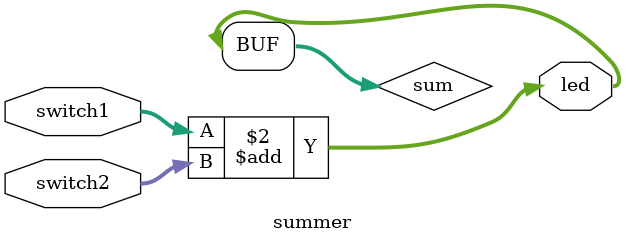
<source format=sv>


module top (
	input logic reset,
	input logic [3:0] switch1,
	input logic [3:0] switch2,
	output logic [1:0] power,
	output logic  [6:0] segs,  
	output logic  [4:0] leds
	);
	
	logic int_osc; 
	// Internal high-speed oscillator
    HSOSC #(.CLKHF_DIV(2'b01)) hf_osc (.CLKHFPU(1'b1), .CLKHFEN(1'b1), .CLKHF(int_osc));
	
	multiplexer switchoff(int_osc, reset, switch1, switch2, power, segs);
	summer summing(switch1, switch2, leds);

endmodule


module multiplexer(
	input logic clk, reset, 
	input logic [3:0] switch1,
	input logic [3:0] switch2,
	output logic [1:0] power,
	output logic [6:0] seg
);

   logic [24:0] counter;
   logic [6:0] seg1;
   logic [6:0] seg2;
  
   // Counter
   always_ff @(posedge clk) begin
     if(reset == 0)  counter <= 0;
     else            counter <= counter + 1;
   end
   
    always_ff @(posedge clk) begin
	 if (counter[16] == 0) begin 
			power[1] <= 1;
			power[0] <= 0;
			seg <= seg1;
	end 
	else begin
			power[1] <= 0;
			power[0] <= 1;
			seg <= seg2;
     end
   end
   
   
   sevseg sevenseg1(switch1, seg1);   sevseg sevenseg2(switch2, seg2);
   
  

endmodule 


module sevseg (
	input logic [3:0] switch,
	output  logic [6:0] seg
);
	
	always_comb begin
	  case(switch)
			4'b0000: seg = 7'b0000001;
			4'b0001: seg = 7'b1001111;
			4'b0010: seg = 7'b0010010;
			4'b0011: seg = 7'b0000110;
			4'b0100: seg = 7'b1001100;
			4'b0101: seg = 7'b0100100;
			4'b0110: seg = 7'b0100000;
			4'b0111: seg = 7'b0001111;
			4'b1000: seg = 7'b0000000;
			4'b1001: seg = 7'b0000100;
			4'b1010: seg = 7'b0001000;
			4'b1011: seg = 7'b1100000;
			4'b1100: seg = 7'b0110001;
			4'b1101: seg = 7'b1000010;
			4'b1110: seg = 7'b0110000;
			4'b1111: seg = 7'b0111000;
	   endcase
	 end 

endmodule



module summer (
	input logic [3:0] switch1,
	input logic [3:0] switch2,
	output  logic [4:0] led

);

	logic [4:0] sum;
	
	always_comb begin
	sum = switch1 + switch2; //is this a valid way to do the addition? 
	end

	assign led = sum;


endmodule



</source>
